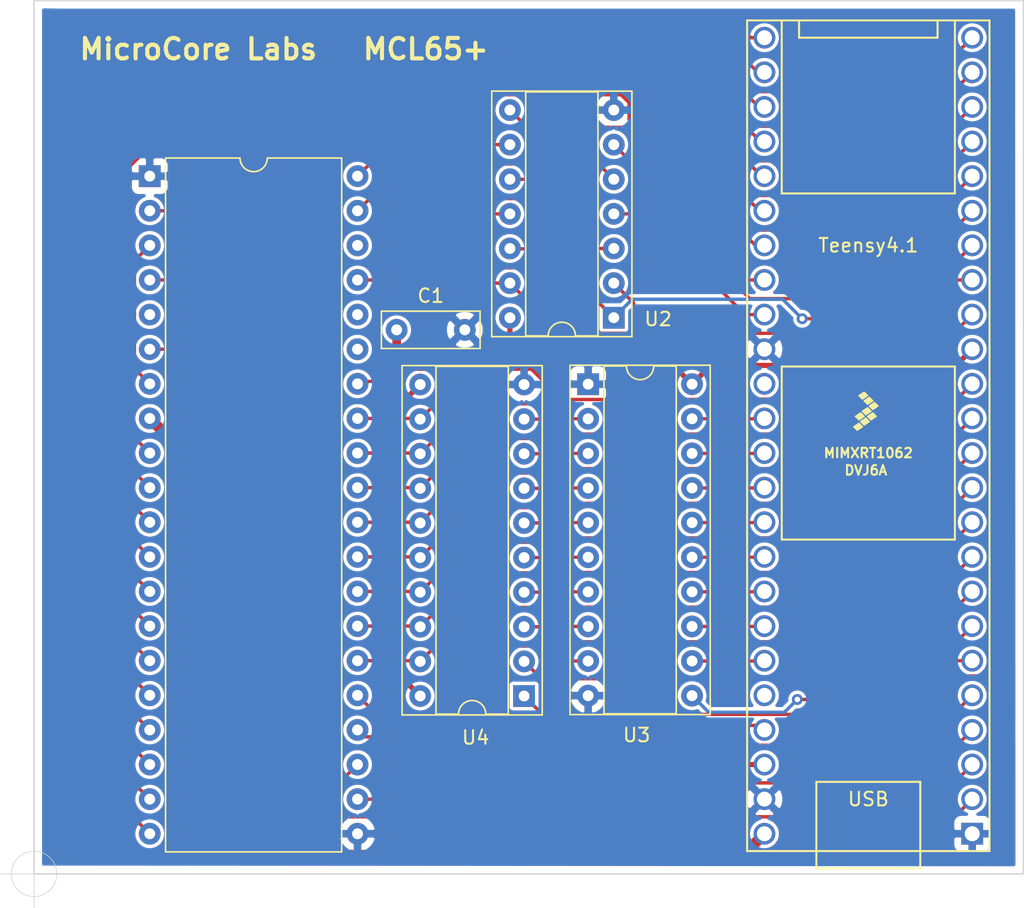
<source format=kicad_pcb>
(kicad_pcb (version 20211014) (generator pcbnew)
  (layers (0 "F.Cu" signal "Top.Cu") (31 "B.Cu" signal "Bottom.Cu") (34 "B.Paste" user) (35 "F.Paste" user) (36 "B.SilkS" user "B.Silkscreen") (37 "F.SilkS" user "F.Silkscreen") (38 "B.Mask" user) (39 "F.Mask" user) (44 "Edge.Cuts" user))
  (net 0 "")
  (net 1 "GND")
  (net 2 "6502_READY")
  (net 3 "6502_A12")
  (net 4 "6502_A13")
  (net 5 "6502_IRQ_n")
  (net 6 "6502_A14")
  (net 7 "Net-(U1-Pad5)")
  (net 8 "6502_A15")
  (net 9 "6502_NMI_n")
  (net 10 "6502_D7")
  (net 11 "6502_SYNC")
  (net 12 "6502_D6")
  (net 13 "+5V")
  (net 14 "6502_D5")
  (net 15 "6502_A0")
  (net 16 "6502_D4")
  (net 17 "6502_A1")
  (net 18 "6502_D3")
  (net 19 "6502_A2")
  (net 20 "6502_D2")
  (net 21 "6502_A3")
  (net 22 "6502_D1")
  (net 23 "6502_A4")
  (net 24 "6502_D0")
  (net 25 "6502_A5")
  (net 26 "6502_WR_n")
  (net 27 "6502_A6")
  (net 28 "Net-(U1-Pad35)")
  (net 29 "6502_A7")
  (net 30 "Net-(U1-Pad36)")
  (net 31 "6502_A8")
  (net 32 "6502_CLK0")
  (net 33 "6502_A9")
  (net 34 "Net-(U1-Pad38)")
  (net 35 "6502_A10")
  (net 36 "6502_A11")
  (net 37 "6502_RESET_n")
  (net 38 "TEENSY_CLK1")
  (net 39 "+3V3")
  (net 40 "TEENSY_DATAIN7")
  (net 41 "TEENSY_DATAIN6")
  (net 42 "TEENSY_DATAIN5")
  (net 43 "TEENSY_DATAIN4")
  (net 44 "TEENSY_DATAIN3")
  (net 45 "TEENSY_DATAIN2")
  (net 46 "TEENSY_DATAIN1")
  (net 47 "TEENSY_DATAIN0")
  (net 48 "TEENSY_DATAOUT7")
  (net 49 "TEENSY_DATAOUT6")
  (net 50 "TEENSY_DATAOUT5")
  (net 51 "TEENSY_DATAOUT4")
  (net 52 "TEENSY_DATAOUT3")
  (net 53 "TEENSY_DATAOUT2")
  (net 54 "TEENSY_DATAOUT1")
  (net 55 "TEENSY_DATAOUT0")
  (net 56 "TEENSY_DATAOUT_OE_n")
  (net 57 "Net-(U5-Pad35)")
  (net 58 "TEENSY_CLK2")
  (net 59 "TEENSY_RESET")
  (net 60 "TEENSY_NMI")
  (net 61 "TEENSY_IRQ")
  (net 62 "TEENSY_READY_n")
  (net 63 "Net-(U5-Pad44)")
  (footprint "Package_DIP:DIP-40_W15.24mm" (layer "F.Cu") (at 72.009 94.2848)
    (fp_text reference "U1" hide)
    (fp_text value "6502")
  )
  (footprint "Package_DIP:DIP-20_W7.62mm_Socket" (layer "F.Cu") (at 104.1654 109.5502)
    (fp_text reference "U3")
    (fp_text value "74LS573")
  )
  (footprint "MCL65+:Teensy41" (layer "F.Cu") (at 124.714 113.3348 90)
    (fp_text reference "U5" hide)
    (fp_text value "Teensy4.1")
  )
  (footprint "Package_DIP:DIP-14_W7.62mm_Socket" (layer "F.Cu") (at 106.045 104.6734 180)
    (fp_text reference "U2")
    (fp_text value "74HC14")
  )
  (footprint "Package_DIP:DIP-20_W7.62mm_Socket" (layer "F.Cu") (at 99.4664 132.4356 180)
    (fp_text reference "U4")
    (fp_text value "74LS573")
  )
  (footprint "Capacitor_THT:C_Disc_D7.0mm_W2.5mm_P5.00mm" (layer "F.Cu") (at 90.1192 105.5624)
    (fp_text reference "C1")
    (fp_text value "10uF")
  )
  (gr_line (start 63.5254 145.4912) (end 63.5254 81.407) (layer "Edge.Cuts") (width 0.1))
  (gr_line (start 136.0932 81.407) (end 136.0932 145.4912) (layer "Edge.Cuts") (width 0.1))
  (gr_line (start 136.0932 145.4912) (end 63.5254 145.4912) (layer "Edge.Cuts") (width 0.1))
  (gr_line (start 63.5254 81.407) (end 136.0932 81.407) (layer "Edge.Cuts") (width 0.1))
  (gr_text "MicroCore Labs   MCL65+" (at 81.8642 84.963) (layer "F.SilkS") (effects (font (size 1.5 1.5) (thickness 0.3))))
  (target plus (at 63.5254 145.4912) (size 5) (width 0.05) (layer "Edge.Cuts"))
  (segment (start 72.009 96.8248) (end 79.6544 96.8248) (width 0.25) (layer "F.Cu") (net 2))
  (segment (start 84.5058 91.9734) (end 98.425 91.9734) (width 0.25) (layer "F.Cu") (net 2))
  (segment (start 79.6544 96.8248) (end 84.5058 91.9734) (width 0.25) (layer "F.Cu") (net 2))
  (segment (start 115.9256 138.811) (end 114.7318 140.0048) (width 0.25) (layer "F.Cu") (net 3))
  (segment (start 132.334 137.4648) (end 130.9878 138.811) (width 0.25) (layer "F.Cu") (net 3))
  (segment (start 130.9878 138.811) (end 115.9256 138.811) (width 0.25) (layer "F.Cu") (net 3))
  (segment (start 114.7318 140.0048) (end 87.249 140.0048) (width 0.25) (layer "F.Cu") (net 3))
  (segment (start 86.6902 141.3002) (end 85.852 140.462) (width 0.25) (layer "F.Cu") (net 4))
  (segment (start 132.334 140.0048) (end 131.0386 141.3002) (width 0.25) (layer "F.Cu") (net 4))
  (segment (start 131.0386 141.3002) (end 86.6902 141.3002) (width 0.25) (layer "F.Cu") (net 4))
  (segment (start 85.852 140.462) (end 85.852 138.8618) (width 0.25) (layer "F.Cu") (net 4))
  (segment (start 85.852 138.8618) (end 87.249 137.4648) (width 0.25) (layer "F.Cu") (net 4))
  (segment (start 79.9592 101.9048) (end 83.7946 98.0694) (width 0.25) (layer "F.Cu") (net 5))
  (segment (start 96.0628 98.0694) (end 97.0788 97.0534) (width 0.25) (layer "F.Cu") (net 5))
  (segment (start 83.7946 98.0694) (end 96.0628 98.0694) (width 0.25) (layer "F.Cu") (net 5))
  (segment (start 97.0788 97.0534) (end 98.425 97.0534) (width 0.25) (layer "F.Cu") (net 5))
  (segment (start 72.009 101.9048) (end 79.9592 101.9048) (width 0.25) (layer "F.Cu") (net 5))
  (segment (start 87.757 135.4328) (end 87.249 134.9248) (width 0.25) (layer "F.Cu") (net 6))
  (segment (start 87.63 135.3058) (end 87.249 134.9248) (width 0.25) (layer "F.Cu") (net 6))
  (segment (start 91.295001 136.049801) (end 90.678 135.4328) (width 0.25) (layer "F.Cu") (net 6))
  (segment (start 132.334 134.9248) (end 131.208999 136.049801) (width 0.25) (layer "F.Cu") (net 6))
  (segment (start 90.678 135.4328) (end 87.757 135.4328) (width 0.25) (layer "F.Cu") (net 6))
  (segment (start 131.208999 136.049801) (end 91.295001 136.049801) (width 0.25) (layer "F.Cu") (net 6))
  (segment (start 117.094 134.9248) (end 116.713 135.3058) (width 0.25) (layer "F.Cu") (net 8))
  (segment (start 89.4588 134.5946) (end 87.249 132.3848) (width 0.25) (layer "F.Cu") (net 8))
  (segment (start 116.7638 134.5946) (end 89.4588 134.5946) (width 0.25) (layer "F.Cu") (net 8))
  (segment (start 117.094 134.9248) (end 116.7638 134.5946) (width 0.25) (layer "F.Cu") (net 8))
  (segment (start 104.8004 99.5934) (end 106.045 99.5934) (width 0.25) (layer "F.Cu") (net 9))
  (segment (start 86.3854 100.5586) (end 94.8944 100.5586) (width 0.25) (layer "F.Cu") (net 9))
  (segment (start 79.9592 106.9848) (end 86.3854 100.5586) (width 0.25) (layer "F.Cu") (net 9))
  (segment (start 94.8944 100.5586) (end 97.0788 98.3742) (width 0.25) (layer "F.Cu") (net 9))
  (segment (start 103.5812 98.3742) (end 104.8004 99.5934) (width 0.25) (layer "F.Cu") (net 9))
  (segment (start 97.0788 98.3742) (end 103.5812 98.3742) (width 0.25) (layer "F.Cu") (net 9))
  (segment (start 72.009 106.9848) (end 79.9592 106.9848) (width 0.25) (layer "F.Cu") (net 9))
  (segment (start 91.7956 129.8448) (end 91.8464 129.8956) (width 0.25) (layer "F.Cu") (net 10))
  (segment (start 87.249 129.8448) (end 91.7956 129.8448) (width 0.25) (layer "F.Cu") (net 10))
  (segment (start 102.1588 129.8702) (end 104.1654 129.8702) (width 0.25) (layer "F.Cu") (net 10))
  (segment (start 92.971401 128.770599) (end 101.059199 128.770599) (width 0.25) (layer "F.Cu") (net 10))
  (segment (start 101.059199 128.770599) (end 102.1588 129.8702) (width 0.25) (layer "F.Cu") (net 10))
  (segment (start 91.8464 129.8956) (end 92.971401 128.770599) (width 0.25) (layer "F.Cu") (net 10))
  (segment (start 70.433989 107.949789) (end 72.009 109.5248) (width 0.25) (layer "F.Cu") (net 11))
  (segment (start 107.170001 88.893399) (end 106.585001 88.308399) (width 0.25) (layer "F.Cu") (net 11))
  (segment (start 106.585001 88.308399) (end 75.800399 88.308399) (width 0.25) (layer "F.Cu") (net 11))
  (segment (start 117.094 99.3648) (end 116.4336 99.3648) (width 0.25) (layer "F.Cu") (net 11))
  (segment (start 70.433989 93.674809) (end 70.433989 107.949789) (width 0.25) (layer "F.Cu") (net 11))
  (segment (start 107.170001 90.101201) (end 107.170001 88.893399) (width 0.25) (layer "F.Cu") (net 11))
  (segment (start 116.4336 99.3648) (end 107.170001 90.101201) (width 0.25) (layer "F.Cu") (net 11))
  (segment (start 75.800399 88.308399) (end 70.433989 93.674809) (width 0.25) (layer "F.Cu") (net 11))
  (segment (start 102.235 127.3302) (end 104.1654 127.3302) (width 0.25) (layer "F.Cu") (net 12))
  (segment (start 91.7956 127.3048) (end 91.8464 127.3556) (width 0.25) (layer "F.Cu") (net 12))
  (segment (start 100.845401 125.940601) (end 102.235 127.3302) (width 0.25) (layer "F.Cu") (net 12))
  (segment (start 91.8464 127.3556) (end 93.261399 125.940601) (width 0.25) (layer "F.Cu") (net 12))
  (segment (start 87.249 127.3048) (end 91.7956 127.3048) (width 0.25) (layer "F.Cu") (net 12))
  (segment (start 93.261399 125.940601) (end 100.845401 125.940601) (width 0.25) (layer "F.Cu") (net 12))
  (segment (start 117.094 142.5448) (end 115.5192 144.1196) (width 0.7834) (layer "F.Cu") (net 13))
  (segment (start 115.5192 144.1196) (end 78.3082 144.1196) (width 0.7834) (layer "F.Cu") (net 13))
  (segment (start 78.3082 144.1196) (end 74.1426 139.954) (width 0.7834) (layer "F.Cu") (net 13))
  (segment (start 74.1426 139.954) (end 74.1426 114.1984) (width 0.7834) (layer "F.Cu") (net 13))
  (segment (start 74.1426 114.1984) (end 72.009 112.0648) (width 0.7834) (layer "F.Cu") (net 13))
  (segment (start 93.261399 123.400601) (end 100.794601 123.400601) (width 0.25) (layer "F.Cu") (net 14))
  (segment (start 87.249 124.7648) (end 91.7956 124.7648) (width 0.25) (layer "F.Cu") (net 14))
  (segment (start 91.7956 124.7648) (end 91.8464 124.8156) (width 0.25) (layer "F.Cu") (net 14))
  (segment (start 91.8464 124.8156) (end 93.261399 123.400601) (width 0.25) (layer "F.Cu") (net 14))
  (segment (start 100.794601 123.400601) (end 102.1842 124.7902) (width 0.25) (layer "F.Cu") (net 14))
  (segment (start 102.1842 124.7902) (end 104.1654 124.7902) (width 0.25) (layer "F.Cu") (net 14))
  (segment (start 106.771402 87.85839) (end 107.620011 88.706999) (width 0.25) (layer "F.Cu") (net 15))
  (segment (start 69.98398 93.488408) (end 75.613999 87.858389) (width 0.25) (layer "F.Cu") (net 15))
  (segment (start 72.009 114.6048) (end 69.98398 112.57978) (width 0.25) (layer "F.Cu") (net 15))
  (segment (start 132.334 96.8248) (end 130.919001 98.239799) (width 0.25) (layer "F.Cu") (net 15))
  (segment (start 116.527799 98.239799) (end 130.919001 98.239799) (width 0.25) (layer "F.Cu") (net 15))
  (segment (start 107.620011 88.706999) (end 107.620011 89.332011) (width 0.25) (layer "F.Cu") (net 15))
  (segment (start 69.98398 112.57978) (end 69.98398 93.488408) (width 0.25) (layer "F.Cu") (net 15))
  (segment (start 75.613999 87.858389) (end 106.771402 87.85839) (width 0.25) (layer "F.Cu") (net 15))
  (segment (start 107.620011 89.332011) (end 116.527799 98.239799) (width 0.25) (layer "F.Cu") (net 15))
  (segment (start 91.7956 122.2248) (end 91.8464 122.2756) (width 0.25) (layer "F.Cu") (net 16))
  (segment (start 102.362 122.2502) (end 104.1654 122.2502) (width 0.25) (layer "F.Cu") (net 16))
  (segment (start 87.249 122.2248) (end 91.7956 122.2248) (width 0.25) (layer "F.Cu") (net 16))
  (segment (start 91.8464 122.2756) (end 92.971401 121.150599) (width 0.25) (layer "F.Cu") (net 16))
  (segment (start 101.262399 121.150599) (end 102.362 122.2502) (width 0.25) (layer "F.Cu") (net 16))
  (segment (start 92.971401 121.150599) (end 101.262399 121.150599) (width 0.25) (layer "F.Cu") (net 16))
  (segment (start 69.533971 93.302007) (end 75.4276 87.40838) (width 0.25) (layer "F.Cu") (net 17))
  (segment (start 116.7384 96.8248) (end 117.094 96.8248) (width 0.25) (layer "F.Cu") (net 17))
  (segment (start 107.32198 87.40838) (end 116.7384 96.8248) (width 0.25) (layer "F.Cu") (net 17))
  (segment (start 72.009 117.1448) (end 69.533971 114.669771) (width 0.25) (layer "F.Cu") (net 17))
  (segment (start 75.4276 87.40838) (end 107.32198 87.40838) (width 0.25) (layer "F.Cu") (net 17))
  (segment (start 69.533971 114.669771) (end 69.533971 93.302007) (width 0.25) (layer "F.Cu") (net 17))
  (segment (start 87.249 119.6848) (end 91.7956 119.6848) (width 0.25) (layer "F.Cu") (net 18))
  (segment (start 91.7956 119.6848) (end 91.8464 119.7356) (width 0.25) (layer "F.Cu") (net 18))
  (segment (start 101.236999 118.610599) (end 102.3366 119.7102) (width 0.25) (layer "F.Cu") (net 18))
  (segment (start 92.971401 118.610599) (end 101.236999 118.610599) (width 0.25) (layer "F.Cu") (net 18))
  (segment (start 102.3366 119.7102) (end 104.1654 119.7102) (width 0.25) (layer "F.Cu") (net 18))
  (segment (start 91.8464 119.7356) (end 92.971401 118.610599) (width 0.25) (layer "F.Cu") (net 18))
  (segment (start 72.009 119.6848) (end 69.083961 116.759761) (width 0.25) (layer "F.Cu") (net 19))
  (segment (start 69.083962 93.115606) (end 75.2412 86.95837) (width 0.25) (layer "F.Cu") (net 19))
  (segment (start 108.102568 86.95837) (end 116.843997 95.699799) (width 0.25) (layer "F.Cu") (net 19))
  (segment (start 116.843997 95.699799) (end 130.919001 95.699799) (width 0.25) (layer "F.Cu") (net 19))
  (segment (start 69.083961 116.759761) (end 69.083962 93.115606) (width 0.25) (layer "F.Cu") (net 19))
  (segment (start 75.2412 86.95837) (end 108.102568 86.95837) (width 0.25) (layer "F.Cu") (net 19))
  (segment (start 132.334 94.2848) (end 130.919001 95.699799) (width 0.25) (layer "F.Cu") (net 19))
  (segment (start 87.249 117.1448) (end 91.7956 117.1448) (width 0.25) (layer "F.Cu") (net 20))
  (segment (start 92.971401 116.070599) (end 101.084599 116.070599) (width 0.25) (layer "F.Cu") (net 20))
  (segment (start 101.084599 116.070599) (end 102.1842 117.1702) (width 0.25) (layer "F.Cu") (net 20))
  (segment (start 91.8464 117.1956) (end 92.971401 116.070599) (width 0.25) (layer "F.Cu") (net 20))
  (segment (start 91.7956 117.1448) (end 91.8464 117.1956) (width 0.25) (layer "F.Cu") (net 20))
  (segment (start 102.1842 117.1702) (end 104.1654 117.1702) (width 0.25) (layer "F.Cu") (net 20))
  (segment (start 68.633953 92.929205) (end 75.0548 86.50836) (width 0.25) (layer "F.Cu") (net 21))
  (segment (start 109.11436 86.50836) (end 116.8908 94.2848) (width 0.25) (layer "F.Cu") (net 21))
  (segment (start 72.009 122.2248) (end 68.633953 118.849753) (width 0.25) (layer "F.Cu") (net 21))
  (segment (start 75.0548 86.50836) (end 109.11436 86.50836) (width 0.25) (layer "F.Cu") (net 21))
  (segment (start 116.8908 94.2848) (end 117.094 94.2848) (width 0.25) (layer "F.Cu") (net 21))
  (segment (start 68.633953 118.849753) (end 68.633953 92.929205) (width 0.25) (layer "F.Cu") (net 21))
  (segment (start 91.7956 114.6048) (end 91.8464 114.6556) (width 0.25) (layer "F.Cu") (net 22))
  (segment (start 101.109999 113.530599) (end 102.2096 114.6302) (width 0.25) (layer "F.Cu") (net 22))
  (segment (start 87.249 114.6048) (end 91.7956 114.6048) (width 0.25) (layer "F.Cu") (net 22))
  (segment (start 91.8464 114.6556) (end 92.971401 113.530599) (width 0.25) (layer "F.Cu") (net 22))
  (segment (start 102.2096 114.6302) (end 104.1654 114.6302) (width 0.25) (layer "F.Cu") (net 22))
  (segment (start 92.971401 113.530599) (end 101.109999 113.530599) (width 0.25) (layer "F.Cu") (net 22))
  (segment (start 130.683 93.3958) (end 132.334 91.7448) (width 0.25) (layer "F.Cu") (net 23))
  (segment (start 109.73115 86.05835) (end 116.832599 93.159799) (width 0.25) (layer "F.Cu") (net 23))
  (segment (start 74.8684 86.05835) (end 109.73115 86.05835) (width 0.25) (layer "F.Cu") (net 23))
  (segment (start 116.832599 93.159799) (end 117.634001 93.159799) (width 0.25) (layer "F.Cu") (net 23))
  (segment (start 68.183943 120.939743) (end 68.183944 92.742804) (width 0.25) (layer "F.Cu") (net 23))
  (segment (start 117.870002 93.3958) (end 130.683 93.3958) (width 0.25) (layer "F.Cu") (net 23))
  (segment (start 117.634001 93.159799) (end 117.870002 93.3958) (width 0.25) (layer "F.Cu") (net 23))
  (segment (start 68.183944 92.742804) (end 74.8684 86.05835) (width 0.25) (layer "F.Cu") (net 23))
  (segment (start 72.009 124.7648) (end 68.183943 120.939743) (width 0.25) (layer "F.Cu") (net 23))
  (segment (start 87.249 112.0648) (end 91.7956 112.0648) (width 0.25) (layer "F.Cu") (net 24))
  (segment (start 91.8464 112.1156) (end 92.971401 110.990599) (width 0.25) (layer "F.Cu") (net 24))
  (segment (start 92.971401 110.990599) (end 101.084599 110.990599) (width 0.25) (layer "F.Cu") (net 24))
  (segment (start 102.1842 112.0902) (end 104.1654 112.0902) (width 0.25) (layer "F.Cu") (net 24))
  (segment (start 91.7956 112.0648) (end 91.8464 112.1156) (width 0.25) (layer "F.Cu") (net 24))
  (segment (start 101.084599 110.990599) (end 102.1842 112.0902) (width 0.25) (layer "F.Cu") (net 24))
  (segment (start 67.733935 92.556403) (end 74.682001 85.608341) (width 0.25) (layer "F.Cu") (net 25))
  (segment (start 67.733935 123.029735) (end 67.733935 92.556403) (width 0.25) (layer "F.Cu") (net 25))
  (segment (start 110.678141 85.608341) (end 116.8146 91.7448) (width 0.25) (layer "F.Cu") (net 25))
  (segment (start 72.009 127.3048) (end 67.733935 123.029735) (width 0.25) (layer "F.Cu") (net 25))
  (segment (start 74.682001 85.608341) (end 110.678141 85.608341) (width 0.25) (layer "F.Cu") (net 25))
  (segment (start 116.8146 91.7448) (end 117.094 91.7448) (width 0.25) (layer "F.Cu") (net 25))
  (segment (start 89.4842 109.347) (end 87.4268 109.347) (width 0.25) (layer "F.Cu") (net 26))
  (segment (start 90.380601 108.450599) (end 89.4842 109.347) (width 0.25) (layer "F.Cu") (net 26))
  (segment (start 100.006401 108.450599) (end 90.380601 108.450599) (width 0.25) (layer "F.Cu") (net 26))
  (segment (start 132.334 109.5248) (end 131.208999 110.649801) (width 0.25) (layer "F.Cu") (net 26))
  (segment (start 87.4268 109.347) (end 87.249 109.5248) (width 0.25) (layer "F.Cu") (net 26))
  (segment (start 131.208999 110.649801) (end 115.577401 110.649801) (width 0.25) (layer "F.Cu") (net 26))
  (segment (start 115.552001 110.675201) (end 102.231003 110.675201) (width 0.25) (layer "F.Cu") (net 26))
  (segment (start 102.231003 110.675201) (end 100.006401 108.450599) (width 0.25) (layer "F.Cu") (net 26))
  (segment (start 115.577401 110.649801) (end 115.552001 110.675201) (width 0.25) (layer "F.Cu") (net 26))
  (segment (start 67.283926 92.370002) (end 74.495601 85.158331) (width 0.25) (layer "F.Cu") (net 27))
  (segment (start 72.009 129.8448) (end 67.283926 125.119726) (width 0.25) (layer "F.Cu") (net 27))
  (segment (start 132.334 89.2048) (end 130.919001 90.619799) (width 0.25) (layer "F.Cu") (net 27))
  (segment (start 111.382529 85.158331) (end 116.843997 90.619799) (width 0.25) (layer "F.Cu") (net 27))
  (segment (start 74.495601 85.158331) (end 111.382529 85.158331) (width 0.25) (layer "F.Cu") (net 27))
  (segment (start 67.283926 125.119726) (end 67.283926 92.370002) (width 0.25) (layer "F.Cu") (net 27))
  (segment (start 116.843997 90.619799) (end 130.919001 90.619799) (width 0.25) (layer "F.Cu") (net 27))
  (segment (start 72.009 132.3848) (end 66.833916 127.209716) (width 0.25) (layer "F.Cu") (net 29))
  (segment (start 112.191121 84.708321) (end 116.6876 89.2048) (width 0.25) (layer "F.Cu") (net 29))
  (segment (start 66.833916 127.209716) (end 66.833917 92.183601) (width 0.25) (layer "F.Cu") (net 29))
  (segment (start 116.6876 89.2048) (end 117.094 89.2048) (width 0.25) (layer "F.Cu") (net 29))
  (segment (start 74.309201 84.708321) (end 112.191121 84.708321) (width 0.25) (layer "F.Cu") (net 29))
  (segment (start 66.833917 92.183601) (end 74.309201 84.708321) (width 0.25) (layer "F.Cu") (net 29))
  (segment (start 74.122801 84.258311) (end 112.960311 84.258311) (width 0.25) (layer "F.Cu") (net 31))
  (segment (start 72.009 134.9248) (end 66.383908 129.299708) (width 0.25) (layer "F.Cu") (net 31))
  (segment (start 130.919001 88.079799) (end 132.334 86.6648) (width 0.25) (layer "F.Cu") (net 31))
  (segment (start 66.383908 129.299708) (end 66.383908 91.9972) (width 0.25) (layer "F.Cu") (net 31))
  (segment (start 66.383908 91.9972) (end 74.122801 84.258311) (width 0.25) (layer "F.Cu") (net 31))
  (segment (start 116.781799 88.079799) (end 130.919001 88.079799) (width 0.25) (layer "F.Cu") (net 31))
  (segment (start 112.960311 84.258311) (end 116.781799 88.079799) (width 0.25) (layer "F.Cu") (net 31))
  (segment (start 111.8108 132.3848) (end 111.7854 132.4102) (width 0.25) (layer "F.Cu") (net 32))
  (segment (start 95.631 101.9048) (end 96.527401 101.008399) (width 0.25) (layer "F.Cu") (net 32))
  (segment (start 130.364198 132.6896) (end 119.507 132.6896) (width 0.25) (layer "F.Cu") (net 32))
  (segment (start 132.874001 130.969801) (end 132.083997 130.969801) (width 0.25) (layer "F.Cu") (net 32))
  (segment (start 87.4776 102.1334) (end 87.249 101.9048) (width 0.25) (layer "F.Cu") (net 32))
  (segment (start 102.379999 101.008399) (end 106.045 104.6734) (width 0.25) (layer "F.Cu") (net 32))
  (segment (start 87.249 101.9048) (end 95.631 101.9048) (width 0.25) (layer "F.Cu") (net 32))
  (segment (start 129.6924 103.1494) (end 133.0706 103.1494) (width 0.25) (layer "F.Cu") (net 32))
  (segment (start 133.6548 103.7336) (end 133.6548 130.189002) (width 0.25) (layer "F.Cu") (net 32))
  (segment (start 133.6548 130.189002) (end 132.874001 130.969801) (width 0.25) (layer "F.Cu") (net 32))
  (segment (start 133.0706 103.1494) (end 133.6548 103.7336) (width 0.25) (layer "F.Cu") (net 32))
  (segment (start 119.8626 104.7496) (end 128.0922 104.7496) (width 0.25) (layer "F.Cu") (net 32))
  (segment (start 132.083997 130.969801) (end 130.364198 132.6896) (width 0.25) (layer "F.Cu") (net 32))
  (segment (start 128.0922 104.7496) (end 129.6924 103.1494) (width 0.25) (layer "F.Cu") (net 32))
  (segment (start 96.527401 101.008399) (end 102.379999 101.008399) (width 0.25) (layer "F.Cu") (net 32))
  (via (at 119.8626 104.7496) (size 0.8) (drill 0.4) (layers "F.Cu" "B.Cu") (net 32))
  (via (at 119.507 132.6896) (size 0.8) (drill 0.4) (layers "F.Cu" "B.Cu") (net 32))
  (segment (start 111.7854 132.4102) (end 113.0046 133.6294) (width 0.25) (layer "B.Cu") (net 32))
  (segment (start 113.0046 133.6294) (end 118.5672 133.6294) (width 0.25) (layer "B.Cu") (net 32))
  (segment (start 107.398601 103.319799) (end 118.432799 103.319799) (width 0.25) (layer "B.Cu") (net 32))
  (segment (start 118.5672 133.6294) (end 119.507 132.6896) (width 0.25) (layer "B.Cu") (net 32))
  (segment (start 106.045 104.6734) (end 107.398601 103.319799) (width 0.25) (layer "B.Cu") (net 32))
  (segment (start 118.432799 103.319799) (end 119.8626 104.7496) (width 0.25) (layer "B.Cu") (net 32))
  (segment (start 116.6114 86.6648) (end 117.094 86.6648) (width 0.25) (layer "F.Cu") (net 33))
  (segment (start 73.936401 83.808301) (end 113.754901 83.808301) (width 0.25) (layer "F.Cu") (net 33))
  (segment (start 65.933898 131.389698) (end 65.933899 91.810799) (width 0.25) (layer "F.Cu") (net 33))
  (segment (start 65.933899 91.810799) (end 73.936401 83.808301) (width 0.25) (layer "F.Cu") (net 33))
  (segment (start 113.754901 83.808301) (end 116.6114 86.6648) (width 0.25) (layer "F.Cu") (net 33))
  (segment (start 72.009 137.4648) (end 65.933898 131.389698) (width 0.25) (layer "F.Cu") (net 33))
  (segment (start 72.009 140.0048) (end 65.48389 133.47969) (width 0.25) (layer "F.Cu") (net 35))
  (segment (start 65.48389 133.47969) (end 65.48389 91.624398) (width 0.25) (layer "F.Cu") (net 35))
  (segment (start 65.48389 91.624398) (end 73.796288 83.312) (width 0.25) (layer "F.Cu") (net 35))
  (segment (start 73.796288 83.312) (end 114.2492 83.312) (width 0.25) (layer "F.Cu") (net 35))
  (segment (start 131.0386 85.4202) (end 132.334 84.1248) (width 0.25) (layer "F.Cu") (net 35))
  (segment (start 114.2492 83.312) (end 116.3574 85.4202) (width 0.25) (layer "F.Cu") (net 35))
  (segment (start 116.3574 85.4202) (end 131.0386 85.4202) (width 0.25) (layer "F.Cu") (net 35))
  (segment (start 65.033881 91.437997) (end 65.033881 135.569681) (width 0.25) (layer "F.Cu") (net 36))
  (segment (start 73.609888 82.86199) (end 65.033881 91.437997) (width 0.25) (layer "F.Cu") (net 36))
  (segment (start 114.84059 82.86199) (end 73.609888 82.86199) (width 0.25) (layer "F.Cu") (net 36))
  (segment (start 117.094 84.1248) (end 116.1034 84.1248) (width 0.25) (layer "F.Cu") (net 36))
  (segment (start 116.1034 84.1248) (end 114.84059 82.86199) (width 0.25) (layer "F.Cu") (net 36))
  (segment (start 65.033881 135.569681) (end 72.009 142.5448) (width 0.25) (layer "F.Cu") (net 36))
  (segment (start 87.249 94.2848) (end 88.145401 93.388399) (width 0.25) (layer "F.Cu") (net 37))
  (segment (start 104.919999 93.388399) (end 106.045 94.5134) (width 0.25) (layer "F.Cu") (net 37))
  (segment (start 88.145401 93.388399) (end 104.919999 93.388399) (width 0.25) (layer "F.Cu") (net 37))
  (segment (start 72.009 99.3648) (end 70.883999 100.489801) (width 0.25) (layer "F.Cu") (net 38))
  (segment (start 71.613998 108.2548) (end 80.899 108.2548) (width 0.25) (layer "F.Cu") (net 38))
  (segment (start 80.899 108.2548) (end 85.9536 103.2002) (width 0.25) (layer "F.Cu") (net 38))
  (segment (start 70.883999 100.489801) (end 70.883999 107.524801) (width 0.25) (layer "F.Cu") (net 38))
  (segment (start 118.701798 105.830202) (end 118.687996 105.8164) (width 0.25) (layer "F.Cu") (net 38))
  (segment (start 71.8058 99.568) (end 72.009 99.3648) (width 0.25) (layer "F.Cu") (net 38))
  (segment (start 107.4928 103.5812) (end 107.4928 105.8164) (width 0.25) (layer "F.Cu") (net 38))
  (segment (start 132.334 104.4448) (end 130.948598 105.830202) (width 0.25) (layer "F.Cu") (net 38))
  (segment (start 95.7326 103.2002) (end 96.7994 102.1334) (width 0.25) (layer "F.Cu") (net 38))
  (segment (start 107.4928 105.8164) (end 102.108 105.8164) (width 0.25) (layer "F.Cu") (net 38))
  (segment (start 102.108 105.8164) (end 98.425 102.1334) (width 0.25) (layer "F.Cu") (net 38))
  (segment (start 130.948598 105.830202) (end 118.701798 105.830202) (width 0.25) (layer "F.Cu") (net 38))
  (segment (start 106.0958 102.1842) (end 106.045 102.1334) (width 0.25) (layer "F.Cu") (net 38))
  (segment (start 118.687996 105.8164) (end 107.4928 105.8164) (width 0.25) (layer "F.Cu") (net 38))
  (segment (start 106.045 102.1334) (end 107.4928 103.5812) (width 0.25) (layer "F.Cu") (net 38))
  (segment (start 96.7994 102.1334) (end 98.425 102.1334) (width 0.25) (layer "F.Cu") (net 38))
  (segment (start 85.9536 103.2002) (end 95.7326 103.2002) (width 0.25) (layer "F.Cu") (net 38))
  (segment (start 70.883999 107.524801) (end 71.613998 108.2548) (width 0.25) (layer "F.Cu") (net 38))
  (segment (start 131.142959 108.175841) (end 113.159759 108.175841) (width 0.38208) (layer "F.Cu") (net 39))
  (segment (start 113.159759 108.175841) (end 111.7854 109.5502) (width 0.38208) (layer "F.Cu") (net 39))
  (segment (start 85.7758 110.9726) (end 85.9282 110.8202) (width 0.38208) (layer "F.Cu") (net 39))
  (segment (start 110.169749 107.934549) (end 98.135651 107.934549) (width 0.38208) (layer "F.Cu") (net 39))
  (segment (start 85.7758 108.6866) (end 85.7758 110.9726) (width 0.38208) (layer "F.Cu") (net 39))
  (segment (start 90.1954 137.4648) (end 88.9508 136.2202) (width 0.38208) (layer "F.Cu") (net 39))
  (segment (start 88.5698 108.2548) (end 86.2076 108.2548) (width 0.38208) (layer "F.Cu") (net 39))
  (segment (start 90.1192 107.7976) (end 89.982251 107.934549) (width 0.25) (layer "F.Cu") (net 39))
  (segment (start 86.487 131.1148) (end 90.5256 131.1148) (width 0.38208) (layer "F.Cu") (net 39))
  (segment (start 90.1192 105.5624) (end 90.1192 107.7976) (width 0.635) (layer "F.Cu") (net 39))
  (segment (start 86.2076 108.2548) (end 85.7758 108.6866) (width 0.38208) (layer "F.Cu") (net 39))
  (segment (start 89.982251 107.934549) (end 88.890051 107.934549) (width 0.38208) (layer "F.Cu") (net 39))
  (segment (start 85.7758 131.826) (end 86.487 131.1148) (width 0.38208) (layer "F.Cu") (net 39))
  (segment (start 85.9282 110.8202) (end 90.6018 110.8202) (width 0.38208) (layer "F.Cu") (net 39))
  (segment (start 98.425 104.6734) (end 98.425 107.6452) (width 0.38208) (layer "F.Cu") (net 39))
  (segment (start 90.5256 131.1148) (end 91.8464 132.4356) (width 0.38208) (layer "F.Cu") (net 39))
  (segment (start 98.425 107.6452) (end 98.135651 107.934549) (width 0.25) (layer "F.Cu") (net 39))
  (segment (start 86.1568 136.2202) (end 85.7758 135.8392) (width 0.38208) (layer "F.Cu") (net 39))
  (segment (start 85.7758 135.8392) (end 85.7758 131.826) (width 0.38208) (layer "F.Cu") (net 39))
  (segment (start 88.9508 136.2202) (end 86.1568 136.2202) (width 0.38208) (layer "F.Cu") (net 39))
  (segment (start 88.890051 107.934549) (end 88.5698 108.2548) (width 0.38208) (layer "F.Cu") (net 39))
  (segment (start 98.135651 107.934549) (end 89.982251 107.934549) (width 0.38208) (layer "F.Cu") (net 39))
  (segment (start 111.7854 109.5502) (end 110.169749 107.934549) (width 0.38208) (layer "F.Cu") (net 39))
  (segment (start 132.334 106.9848) (end 131.142959 108.175841) (width 0.38208) (layer "F.Cu") (net 39))
  (segment (start 90.6018 110.8202) (end 91.8464 109.5756) (width 0.38208) (layer "F.Cu") (net 39))
  (segment (start 117.094 137.4648) (end 90.1954 137.4648) (width 0.38208) (layer "F.Cu") (net 39))
  (segment (start 117.094 137.4648) (end 116.9416 137.6172) (width 0.3048) (layer "F.Cu") (net 39))
  (segment (start 85.7758 131.826) (end 85.7758 110.9726) (width 0.38208) (layer "F.Cu") (net 39))
  (segment (start 117.0686 129.8702) (end 117.094 129.8448) (width 0.25) (layer "F.Cu") (net 40))
  (segment (start 111.7854 129.8702) (end 117.0686 129.8702) (width 0.25) (layer "F.Cu") (net 40))
  (segment (start 111.7854 127.3302) (end 117.0686 127.3302) (width 0.25) (layer "F.Cu") (net 41))
  (segment (start 117.0686 127.3302) (end 117.094 127.3048) (width 0.25) (layer "F.Cu") (net 41))
  (segment (start 117.0686 124.7902) (end 117.094 124.7648) (width 0.25) (layer "F.Cu") (net 42))
  (segment (start 111.7854 124.7902) (end 117.0686 124.7902) (width 0.25) (layer "F.Cu") (net 42))
  (segment (start 117.0686 122.2502) (end 117.094 122.2248) (width 0.25) (layer "F.Cu") (net 43))
  (segment (start 111.7854 122.2502) (end 117.0686 122.2502) (width 0.25) (layer "F.Cu") (net 43))
  (segment (start 111.7854 119.7102) (end 117.0686 119.7102) (width 0.25) (layer "F.Cu") (net 44))
  (segment (start 117.0686 119.7102) (end 117.094 119.6848) (width 0.25) (layer "F.Cu") (net 44))
  (segment (start 111.7854 117.1702) (end 117.0686 117.1702) (width 0.25) (layer "F.Cu") (net 45))
  (segment (start 117.0686 117.1702) (end 117.094 117.1448) (width 0.25) (layer "F.Cu") (net 45))
  (segment (start 117.0686 114.6302) (end 117.094 114.6048) (width 0.25) (layer "F.Cu") (net 46))
  (segment (start 111.7854 114.6302) (end 117.0686 114.6302) (width 0.25) (layer "F.Cu") (net 46))
  (segment (start 111.7854 112.0902) (end 117.0686 112.0902) (width 0.25) (layer "F.Cu") (net 47))
  (segment (start 117.0686 112.0902) (end 117.094 112.0648) (width 0.25) (layer "F.Cu") (net 47))
  (segment (start 130.7084 129.8448) (end 132.334 129.8448) (width 0.25) (layer "F.Cu") (net 48))
  (segment (start 129.3876 131.1656) (end 130.7084 129.8448) (width 0.25) (layer "F.Cu") (net 48))
  (segment (start 100.7364 131.1656) (end 129.3876 131.1656) (width 0.25) (layer "F.Cu") (net 48))
  (segment (start 99.4664 129.8956) (end 100.7364 131.1656) (width 0.25) (layer "F.Cu") (net 48))
  (segment (start 131.183599 128.455201) (end 132.334 127.3048) (width 0.25) (layer "F.Cu") (net 49))
  (segment (start 99.4664 127.3556) (end 100.59777 127.3556) (width 0.25) (layer "F.Cu") (net 49))
  (segment (start 101.697371 128.455201) (end 131.183599 128.455201) (width 0.25) (layer "F.Cu") (net 49))
  (segment (start 100.59777 127.3556) (end 101.697371 128.455201) (width 0.25) (layer "F.Cu") (net 49))
  (segment (start 100.59777 124.8156) (end 101.697371 125.915201) (width 0.25) (layer "F.Cu") (net 50))
  (segment (start 131.183599 125.915201) (end 132.334 124.7648) (width 0.25) (layer "F.Cu") (net 50))
  (segment (start 99.4664 124.8156) (end 100.59777 124.8156) (width 0.25) (layer "F.Cu") (net 50))
  (segment (start 101.697371 125.915201) (end 131.183599 125.915201) (width 0.25) (layer "F.Cu") (net 50))
  (segment (start 101.697371 123.375201) (end 131.183599 123.375201) (width 0.25) (layer "F.Cu") (net 51))
  (segment (start 100.59777 122.2756) (end 101.697371 123.375201) (width 0.25) (layer "F.Cu") (net 51))
  (segment (start 99.4664 122.2756) (end 100.59777 122.2756) (width 0.25) (layer "F.Cu") (net 51))
  (segment (start 131.183599 123.375201) (end 132.334 122.2248) (width 0.25) (layer "F.Cu") (net 51))
  (segment (start 100.59777 119.7356) (end 101.697371 120.835201) (width 0.25) (layer "F.Cu") (net 52))
  (segment (start 101.697371 120.835201) (end 131.183599 120.835201) (width 0.25) (layer "F.Cu") (net 52))
  (segment (start 131.183599 120.835201) (end 132.334 119.6848) (width 0.25) (layer "F.Cu") (net 52))
  (segment (start 99.4664 119.7356) (end 100.59777 119.7356) (width 0.25) (layer "F.Cu") (net 52))
  (segment (start 101.697371 118.295201) (end 131.183599 118.295201) (width 0.25) (layer "F.Cu") (net 53))
  (segment (start 99.4664 117.1956) (end 100.59777 117.1956) (width 0.25) (layer "F.Cu") (net 53))
  (segment (start 100.59777 117.1956) (end 101.697371 118.295201) (width 0.25) (layer "F.Cu") (net 53))
  (segment (start 131.183599 118.295201) (end 132.334 117.1448) (width 0.25) (layer "F.Cu") (net 53))
  (segment (start 131.183599 115.755201) (end 132.334 114.6048) (width 0.25) (layer "F.Cu") (net 54))
  (segment (start 100.59777 114.6556) (end 101.697371 115.755201) (width 0.25) (layer "F.Cu") (net 54))
  (segment (start 99.4664 114.6556) (end 100.59777 114.6556) (width 0.25) (layer "F.Cu") (net 54))
  (segment (start 101.697371 115.755201) (end 131.183599 115.755201) (width 0.25) (layer "F.Cu") (net 54))
  (segment (start 99.4664 112.1156) (end 100.59777 112.1156) (width 0.25) (layer "F.Cu") (net 55))
  (segment (start 101.697371 113.215201) (end 131.183599 113.215201) (width 0.25) (layer "F.Cu") (net 55))
  (segment (start 100.59777 112.1156) (end 101.697371 113.215201) (width 0.25) (layer "F.Cu") (net 55))
  (segment (start 131.183599 113.215201) (end 132.334 112.0648) (width 0.25) (layer "F.Cu") (net 55))
  (segment (start 130.937 133.7818) (end 100.8126 133.7818) (width 0.25) (layer "F.Cu") (net 56))
  (segment (start 100.8126 133.7818) (end 99.4664 132.4356) (width 0.25) (layer "F.Cu") (net 56))
  (segment (start 132.334 132.3848) (end 130.937 133.7818) (width 0.25) (layer "F.Cu") (net 56))
  (segment (start 102.633999 95.928399) (end 105.0544 98.3488) (width 0.25) (layer "F.Cu") (net 58))
  (segment (start 104.6226 100.8888) (end 103.3526 99.6188) (width 0.25) (layer "F.Cu") (net 58))
  (segment (start 87.249 96.8248) (end 88.145401 95.928399) (width 0.25) (layer "F.Cu") (net 58))
  (segment (start 107.3404 99.0854) (end 107.3404 100.203) (width 0.25) (layer "F.Cu") (net 58))
  (segment (start 98.4504 99.6188) (end 98.425 99.5934) (width 0.25) (layer "F.Cu") (net 58))
  (segment (start 106.6546 100.8888) (end 104.6226 100.8888) (width 0.25) (layer "F.Cu") (net 58))
  (segment (start 88.145401 95.928399) (end 102.633999 95.928399) (width 0.25) (layer "F.Cu") (net 58))
  (segment (start 106.6038 98.3488) (end 107.3404 99.0854) (width 0.25) (layer "F.Cu") (net 58))
  (segment (start 107.3404 100.203) (end 106.6546 100.8888) (width 0.25) (layer "F.Cu") (net 58))
  (segment (start 105.0544 98.3488) (end 106.6038 98.3488) (width 0.25) (layer "F.Cu") (net 58))
  (segment (start 103.3526 99.6188) (end 98.4504 99.6188) (width 0.25) (layer "F.Cu") (net 58))
  (segment (start 117.094 101.357398) (end 117.094 101.9048) (width 0.25) (layer "F.Cu") (net 59))
  (segment (start 106.045 91.9734) (end 115.9764 101.9048) (width 0.25) (layer "F.Cu") (net 59))
  (segment (start 115.9764 101.9048) (end 117.094 101.9048) (width 0.25) (layer "F.Cu") (net 59))
  (segment (start 108.2802 97.0534) (end 106.045 97.0534) (width 0.25) (layer "F.Cu") (net 60))
  (segment (start 115.6716 104.4448) (end 108.2802 97.0534) (width 0.25) (layer "F.Cu") (net 60))
  (segment (start 117.094 104.4448) (end 115.6716 104.4448) (width 0.25) (layer "F.Cu") (net 60))
  (segment (start 129.3622 101.9048) (end 127.9906 103.2764) (width 0.25) (layer "F.Cu") (net 61))
  (segment (start 108.6104 95.8596) (end 104.521 95.8596) (width 0.25) (layer "F.Cu") (net 61))
  (segment (start 127.9906 103.2764) (end 116.0272 103.2764) (width 0.25) (layer "F.Cu") (net 61))
  (segment (start 116.0272 103.2764) (end 108.6104 95.8596) (width 0.25) (layer "F.Cu") (net 61))
  (segment (start 132.334 101.9048) (end 129.3622 101.9048) (width 0.25) (layer "F.Cu") (net 61))
  (segment (start 103.1748 94.5134) (end 98.425 94.5134) (width 0.25) (layer "F.Cu") (net 61))
  (segment (start 104.521 95.8596) (end 103.1748 94.5134) (width 0.25) (layer "F.Cu") (net 61))
  (segment (start 131.064 100.6348) (end 115.9002 100.6348) (width 0.25) (layer "F.Cu") (net 62))
  (segment (start 107.9246 92.6592) (end 107.9246 91.6432) (width 0.25) (layer "F.Cu") (net 62))
  (segment (start 99.695 90.7034) (end 98.425 89.4334) (width 0.25) (layer "F.Cu") (net 62))
  (segment (start 106.9848 90.7034) (end 99.695 90.7034) (width 0.25) (layer "F.Cu") (net 62))
  (segment (start 115.9002 100.6348) (end 107.9246 92.6592) (width 0.25) (layer "F.Cu") (net 62))
  (segment (start 132.334 99.3648) (end 131.064 100.6348) (width 0.25) (layer "F.Cu") (net 62))
  (segment (start 107.9246 91.6432) (end 106.9848 90.7034) (width 0.25) (layer "F.Cu") (net 62))
  (zone (net 1) (net_name "GND") (layer "B.Cu") (connect_pads (clearance 0.254)) (min_thickness 0.254) (fill yes (thermal_gap 0.508) (thermal_bridge_width 0.5588))
    (polygon (pts (xy 135.509 144.9324) (xy 64.1096 144.8816) (xy 64.1096 81.9658) (xy 65.4558 81.9912) (xy 135.4836 81.9912)))
  )
)
</source>
